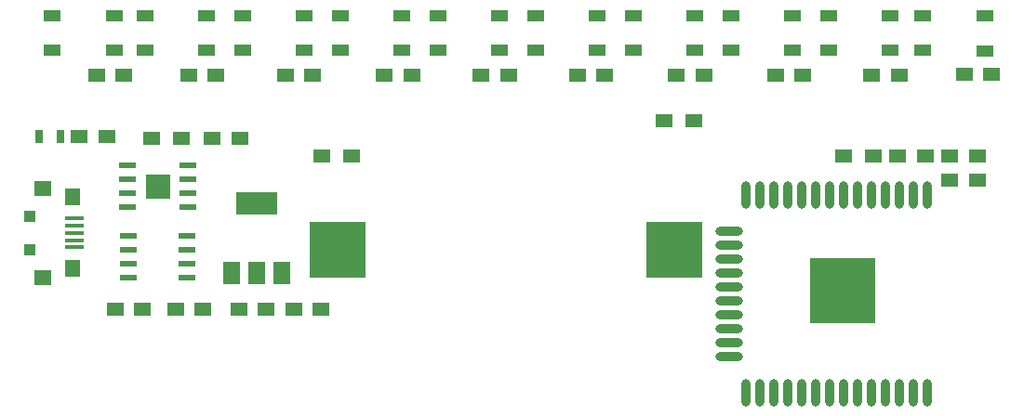
<source format=gbr>
G04 #@! TF.GenerationSoftware,KiCad,Pcbnew,5.1.2*
G04 #@! TF.CreationDate,2019-05-26T21:34:20-05:00*
G04 #@! TF.ProjectId,badge,62616467-652e-46b6-9963-61645f706362,rev?*
G04 #@! TF.SameCoordinates,Original*
G04 #@! TF.FileFunction,Paste,Top*
G04 #@! TF.FilePolarity,Positive*
%FSLAX46Y46*%
G04 Gerber Fmt 4.6, Leading zero omitted, Abs format (unit mm)*
G04 Created by KiCad (PCBNEW 5.1.2) date 2019-05-26 21:34:20*
%MOMM*%
%LPD*%
G04 APERTURE LIST*
%ADD10R,1.600000X1.000000*%
%ADD11R,1.550000X0.600000*%
%ADD12O,0.900000X2.500000*%
%ADD13O,2.500000X0.900000*%
%ADD14R,6.000000X6.000000*%
%ADD15R,1.500000X1.250000*%
%ADD16R,1.500000X1.300000*%
%ADD17R,3.800000X2.000000*%
%ADD18R,1.500000X2.000000*%
%ADD19R,1.500000X0.600000*%
%ADD20R,2.200000X2.200000*%
%ADD21R,1.400000X1.500000*%
%ADD22R,1.800000X0.400000*%
%ADD23R,1.500000X1.350000*%
%ADD24R,1.000000X1.100000*%
%ADD25R,5.100000X5.100000*%
%ADD26R,0.700000X1.300000*%
G04 APERTURE END LIST*
D10*
X89770000Y-97028576D03*
X89770000Y-93828576D03*
X84120000Y-96978576D03*
X84120000Y-93828576D03*
X107065000Y-97025576D03*
X107065000Y-93825576D03*
X101415000Y-96975576D03*
X101415000Y-93825576D03*
X160405000Y-97025576D03*
X160405000Y-93825576D03*
X154755000Y-96975576D03*
X154755000Y-93825576D03*
X168995000Y-97053576D03*
X168995000Y-93853576D03*
X163345000Y-97003576D03*
X163345000Y-93853576D03*
X151515000Y-97025576D03*
X151515000Y-93825576D03*
X145865000Y-96975576D03*
X145865000Y-93825576D03*
X142625000Y-97025576D03*
X142625000Y-93825576D03*
X136975000Y-96975576D03*
X136975000Y-93825576D03*
X133735000Y-97025576D03*
X133735000Y-93825576D03*
X128085000Y-96975576D03*
X128085000Y-93825576D03*
X124845000Y-97025576D03*
X124845000Y-93825576D03*
X119195000Y-96975576D03*
X119195000Y-93825576D03*
X115955000Y-97025576D03*
X115955000Y-93825576D03*
X110305000Y-96975576D03*
X110305000Y-93825576D03*
X98175000Y-97025576D03*
X98175000Y-93825576D03*
X92525000Y-96975576D03*
X92525000Y-93825576D03*
D11*
X96406000Y-113915000D03*
X96406000Y-115185000D03*
X96406000Y-116455000D03*
X96406000Y-117725000D03*
X91006000Y-117725000D03*
X91006000Y-116455000D03*
X91006000Y-115185000D03*
X91006000Y-113915000D03*
D12*
X163770000Y-128197000D03*
X162500000Y-128197000D03*
X161230000Y-128197000D03*
X159960000Y-128197000D03*
X158690000Y-128197000D03*
X157420000Y-128197000D03*
X156150000Y-128197000D03*
X154880000Y-128197000D03*
X153610000Y-128197000D03*
X152340000Y-128197000D03*
X151070000Y-128197000D03*
X149800000Y-128197000D03*
X148530000Y-128197000D03*
X147260000Y-128197000D03*
D13*
X145770000Y-124912000D03*
X145770000Y-123642000D03*
X145770000Y-122372000D03*
X145770000Y-121102000D03*
X145770000Y-119832000D03*
X145770000Y-118562000D03*
X145770000Y-117292000D03*
X145770000Y-116022000D03*
X145770000Y-114752000D03*
X145770000Y-113482000D03*
D12*
X147260000Y-110197000D03*
X148530000Y-110197000D03*
X149800000Y-110197000D03*
X151070000Y-110197000D03*
X152340000Y-110197000D03*
X153610000Y-110197000D03*
X154880000Y-110197000D03*
X156150000Y-110197000D03*
X157420000Y-110197000D03*
X158690000Y-110197000D03*
X159960000Y-110197000D03*
X161230000Y-110197000D03*
X162500000Y-110197000D03*
X163770000Y-110197000D03*
D14*
X156070000Y-118897000D03*
D15*
X169620000Y-99197000D03*
X167120000Y-99197000D03*
X161220000Y-99301000D03*
X158720000Y-99301000D03*
X152420000Y-99301000D03*
X149920000Y-99301000D03*
X143420000Y-99301000D03*
X140920000Y-99301000D03*
X134420000Y-99301000D03*
X131920000Y-99301000D03*
X125620000Y-99301000D03*
X123120000Y-99301000D03*
X116820000Y-99301000D03*
X114320000Y-99301000D03*
X107820000Y-99301000D03*
X105320000Y-99301000D03*
X99020000Y-99301000D03*
X96520000Y-99301000D03*
X90620000Y-99301000D03*
X88120000Y-99301000D03*
X161070000Y-106647000D03*
X163570000Y-106647000D03*
X165820000Y-106647000D03*
X168320000Y-106647000D03*
X165820000Y-108839000D03*
X168320000Y-108839000D03*
D16*
X156120000Y-106647000D03*
X158820000Y-106647000D03*
D15*
X86570000Y-104897000D03*
X89070000Y-104897000D03*
X95320000Y-120647000D03*
X97820000Y-120647000D03*
X108570000Y-120647000D03*
X106070000Y-120647000D03*
X98670000Y-104997000D03*
X101170000Y-104997000D03*
X103570000Y-120647000D03*
X101070000Y-120647000D03*
X89820000Y-120647000D03*
X92320000Y-120647000D03*
D16*
X93120000Y-104997000D03*
X95820000Y-104997000D03*
D17*
X102720000Y-110997000D03*
D18*
X102720000Y-117297000D03*
X105020000Y-117297000D03*
X100420000Y-117297000D03*
D16*
X108620000Y-106647000D03*
X111320000Y-106647000D03*
X142520000Y-103397000D03*
X139820000Y-103397000D03*
D19*
X90960000Y-107497000D03*
X90960000Y-108767000D03*
X90960000Y-110037000D03*
X90960000Y-111307000D03*
X96410000Y-110037000D03*
X96410000Y-111307000D03*
X96410000Y-107497000D03*
X96410000Y-108767000D03*
D20*
X93710000Y-109447000D03*
D21*
X85920000Y-110407000D03*
X85920000Y-116907000D03*
D22*
X86120000Y-113657000D03*
X86120000Y-113007000D03*
X86120000Y-114307000D03*
X86120000Y-112357000D03*
X86120000Y-114957000D03*
D23*
X83250000Y-109582000D03*
X83250000Y-117732000D03*
D24*
X82070000Y-112157000D03*
X82070000Y-115157000D03*
D25*
X140720000Y-115197000D03*
X110120000Y-115197000D03*
D26*
X82920000Y-104897000D03*
X84820000Y-104897000D03*
M02*

</source>
